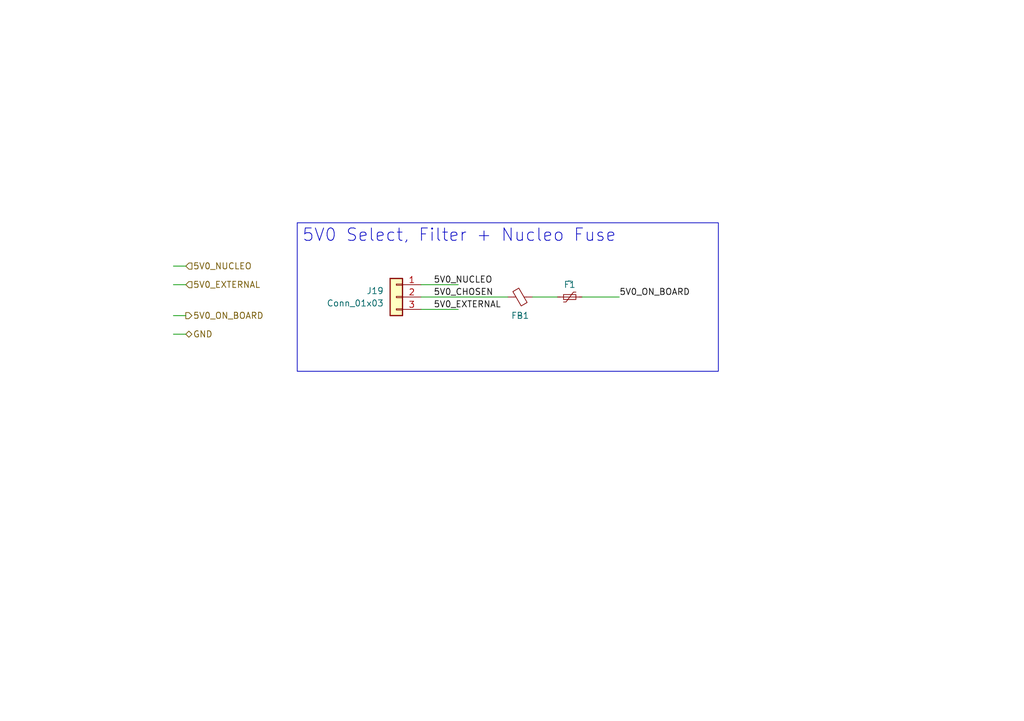
<source format=kicad_sch>
(kicad_sch (version 20250114) (generator "eeschema") (generator_version "9.0")
  (paper "A5")
  (title_block (title "PMIC_ON_BOARDING") (rev "0.00"))
  (lib_symbols
    (symbol "Connector_Generic:Conn_01x03" (pin_names (offset 1.016) (hide yes))
      (property "Reference" "J" (at 0 5.08 0))
      (property "Value" "Conn_01x03" (at 0 -5.08 0))
      (symbol "Conn_01x03_1_1"
        (rectangle (start -1.27 3.81) (end 1.27 -3.81) (stroke (width 0.254)) (fill (type background)))
        (rectangle (start -1.27 2.667) (end 0 2.413) (stroke (width 0.1524)))
        (rectangle (start -1.27 0.127) (end 0 -0.127) (stroke (width 0.1524)))
        (rectangle (start -1.27 -2.413) (end 0 -2.667) (stroke (width 0.1524)))
        (pin passive line (at -5.08 2.54 0) (length 3.81) (name "Pin_1") (number "1"))
        (pin passive line (at -5.08 0 0) (length 3.81) (name "Pin_2") (number "2"))
        (pin passive line (at -5.08 -2.54 0) (length 3.81) (name "Pin_3") (number "3"))
      )
    )
    (symbol "Device:FerriteBead_Small" (pin_numbers (hide yes)) (pin_names (offset 0))
      (property "Reference" "FB" (at 1.905 1.27 0))
      (property "Value" "FerriteBead_Small" (at 1.905 -1.27 0))
      (symbol "FerriteBead_Small_0_1"
        (polyline (pts (xy -1.8288 0.2794) (xy -1.1176 1.4986) (xy 1.8288 -0.2032) (xy 1.1176 -1.4224) (xy -1.8288 0.2794)))
        (polyline (pts (xy 0 0.889) (xy 0 1.2954)))
        (polyline (pts (xy 0 -1.27) (xy 0 -0.7874)))
      )
      (symbol "FerriteBead_Small_1_1"
        (pin passive line (at 0 2.54 270) (length 1.27) (name "~") (number "1"))
        (pin passive line (at 0 -2.54 90) (length 1.27) (name "~") (number "2"))
      )
    )
    (symbol "Device:Polyfuse_Small" (pin_numbers (hide yes)) (pin_names (offset 0))
      (property "Reference" "F" (at -1.905 0 90))
      (property "Value" "Polyfuse_Small" (at 1.905 0 90))
      (symbol "Polyfuse_Small_0_1"
        (polyline (pts (xy -1.016 1.27) (xy -1.016 0.762) (xy 1.016 -0.762) (xy 1.016 -1.27)))
        (rectangle (start -0.508 1.27) (end 0.508 -1.27))
        (polyline (pts (xy 0 2.54) (xy 0 -2.54)))
      )
      (symbol "Polyfuse_Small_1_1"
        (pin passive line (at 0 2.54 270) (length 0.635) (name "~") (number "1"))
        (pin passive line (at 0 -2.54 90) (length 0.635) (name "~") (number "2"))
      )
    )
  )
  (text_box "5V0 Select, Filter + Nucleo Fuse" (at 60.96 45.72 0) (size 86.36 30.48) (margins 0.9525 0.9525 0.9525 0.9525) (effects (font (size 2.54 2.54)) (justify left top)))
  (wire (pts (xy 109.22 60.96) (xy 114.3 60.96)))
  (wire (pts (xy 35.56 58.42) (xy 38.1 58.42)))
  (wire (pts (xy 35.56 64.77) (xy 38.1 64.77)))
  (wire (pts (xy 119.38 60.96) (xy 127 60.96)))
  (wire (pts (xy 86.36 58.42) (xy 93.98 58.42)))
  (wire (pts (xy 35.56 54.61) (xy 38.1 54.61)))
  (wire (pts (xy 86.36 60.96) (xy 104.14 60.96)))
  (wire (pts (xy 35.56 68.58) (xy 38.1 68.58)))
  (wire (pts (xy 86.36 63.5) (xy 93.98 63.5)))
  (label "5V0_EXTERNAL" (at 88.9 63.5 0))
  (label "5V0_CHOSEN" (at 88.9 60.96 0))
  (label "5V0_NUCLEO" (at 88.9 58.42 0))
  (label "5V0_ON_BOARD" (at 127 60.96 0))
  (hierarchical_label "GND" (shape bidirectional) (at 38.1 68.58 0))
  (hierarchical_label "5V0_ON_BOARD" (shape output) (at 38.1 64.77 0))
  (hierarchical_label "5V0_NUCLEO" (shape input) (at 38.1 54.61 0))
  (hierarchical_label "5V0_EXTERNAL" (shape input) (at 38.1 58.42 0))
  (symbol (lib_id "Device:Polyfuse_Small") (at 116.84 60.96 90) (unit 1)
    (property "Reference" "F1" (at 116.84 58.42 90))
    (property "Value" "~" (at 116.84 57.658 90))
    (property "Footprint" "0805" (effects (hide yes)))
    (property "Datasheet" "https://www.lcsc.com/datasheet/C2154043.pdf" (effects (hide yes)))
    (property "Description" "Resettable fuse, polymeric positive temperature coefficient, small symbol" (effects (hide yes)))
  )
  (symbol (lib_id "Device:FerriteBead_Small") (at 106.68 60.96 90) (mirror x) (unit 1)
    (property "Reference" "FB1" (at 106.68 64.77 90))
    (property "Value" "~" (at 106.6419 64.77 90))
    (property "Footprint" "0402" (effects (hide yes)))
    (property "Datasheet" "https://www.lcsc.com/datasheet/C3716993.pdf" (effects (hide yes)))
    (property "Description" "Ferrite bead, small symbol" (effects (hide yes)))
  )
  (symbol (lib_id "Connector_Generic:Conn_01x03") (at 81.28 60.96 0) (mirror y) (unit 1)
    (property "Reference" "J19" (at 78.74 59.6899 0) (effects (justify left)))
    (property "Value" "Conn_01x03" (at 78.74 62.2299 0) (effects (justify left)))
    (property "Description" "Generic connector, single row, 01x03, script generated (kicad-library-utils/schlib/autogen/connector/)" (effects (hide yes)))
  )
)
</source>
